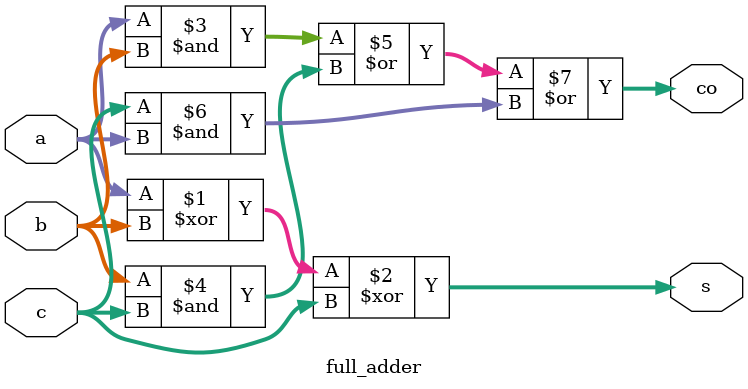
<source format=sv>
`timescale 1ns / 1ps


module full_adder(a,b,c,s,co);
input logic [31:0]a,b,c;
output logic [31:0]s,co;
assign s=a^b^c;
assign co=(a&b)|(b&c)|(c&a);
endmodule

</source>
